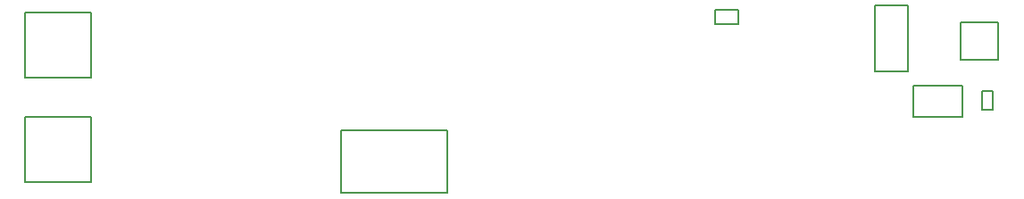
<source format=gbr>
%TF.GenerationSoftware,Altium Limited,Altium Designer,22.2.1 (43)*%
G04 Layer_Color=8388736*
%FSLAX26Y26*%
%MOIN*%
%TF.SameCoordinates,49CA406D-FE3E-4379-A0B2-47437619DC98*%
%TF.FilePolarity,Positive*%
%TF.FileFunction,Other,Top_3D_Body*%
%TF.Part,Single*%
G01*
G75*
%TA.AperFunction,NonConductor*%
%ADD129C,0.007874*%
D129*
X3444449Y327520D02*
X3625552Y327521D01*
X3444449Y327520D02*
X3444449Y442482D01*
X3625552Y442480D01*
X3625552Y327521D01*
X3297992Y744016D02*
X3422008Y744015D01*
X3297992Y744016D02*
X3297992Y495985D01*
X3422008Y495985D01*
Y744015D01*
X3760472Y539528D02*
Y680472D01*
X3619528Y680472D02*
X3760472Y680472D01*
X3619528Y539528D02*
X3619528Y680472D01*
X3619528Y539528D02*
X3760472Y539528D01*
X3701151Y423583D02*
X3740521Y423582D01*
X3701151Y352716D02*
X3701151Y423583D01*
X3701151Y352716D02*
X3740521D01*
Y423582D01*
X2788189Y727456D02*
X2788189Y672339D01*
X2701575Y727457D02*
X2788189Y727456D01*
X2701575Y672338D02*
X2701575Y727457D01*
X2701575Y672338D02*
X2788189Y672339D01*
X1703425Y278110D02*
X1703426Y41890D01*
X1306574Y278110D02*
X1703425Y278110D01*
X1306574Y278110D02*
X1306575Y41890D01*
X1703426Y41890D01*
X127953Y472953D02*
X372047D01*
Y717047D01*
X127953D02*
X372047D01*
X127953Y472953D02*
Y717047D01*
Y82953D02*
X372047D01*
Y327047D01*
X127953D02*
X372047D01*
X127953Y82953D02*
Y327047D01*
%TF.MD5,66f83729f45ebf5c0d1f183180fc8d31*%
M02*

</source>
